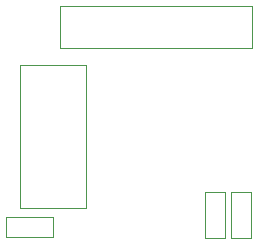
<source format=gbr>
%TF.GenerationSoftware,KiCad,Pcbnew,4.0.7*%
%TF.CreationDate,2017-12-01T19:39:18+08:00*%
%TF.ProjectId,ST-Link V2.1,53542D4C696E6B2056322E312E6B6963,rev?*%
%TF.FileFunction,Other,User*%
%FSLAX46Y46*%
G04 Gerber Fmt 4.6, Leading zero omitted, Abs format (unit mm)*
G04 Created by KiCad (PCBNEW 4.0.7) date 12/01/17 19:39:18*
%MOMM*%
%LPD*%
G01*
G04 APERTURE LIST*
%ADD10C,0.100000*%
%ADD11C,0.050000*%
G04 APERTURE END LIST*
D10*
D11*
X6998600Y-18362400D02*
X12598600Y-18362400D01*
X12598600Y-18362400D02*
X12598600Y-6262400D01*
X12598600Y-6262400D02*
X6998600Y-6262400D01*
X6998600Y-6262400D02*
X6998600Y-18362400D01*
X26635400Y-1227600D02*
X10335400Y-1227600D01*
X10335400Y-1227600D02*
X10335400Y-4827600D01*
X10335400Y-4827600D02*
X26635400Y-4827600D01*
X26635400Y-4827600D02*
X26635400Y-1227600D01*
X9742000Y-19068600D02*
X9742000Y-20768600D01*
X9742000Y-20768600D02*
X5842000Y-20768600D01*
X5842000Y-20768600D02*
X5842000Y-19068600D01*
X5842000Y-19068600D02*
X9742000Y-19068600D01*
X26530912Y-20856150D02*
X24830912Y-20856150D01*
X24830912Y-20856150D02*
X24830912Y-16956150D01*
X24830912Y-16956150D02*
X26530912Y-16956150D01*
X26530912Y-16956150D02*
X26530912Y-20856150D01*
X24373600Y-20877000D02*
X22673600Y-20877000D01*
X22673600Y-20877000D02*
X22673600Y-16977000D01*
X22673600Y-16977000D02*
X24373600Y-16977000D01*
X24373600Y-16977000D02*
X24373600Y-20877000D01*
M02*

</source>
